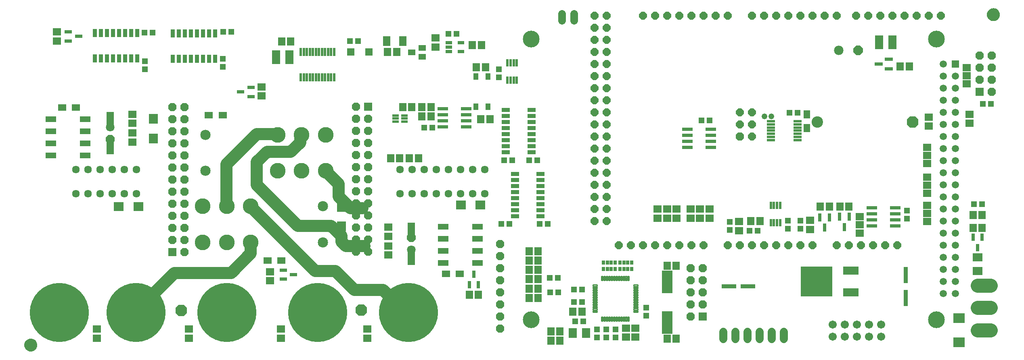
<source format=gts>
G75*
G70*
%OFA0B0*%
%FSLAX24Y24*%
%IPPOS*%
%LPD*%
%AMOC8*
5,1,8,0,0,1.08239X$1,22.5*
%
%ADD10C,0.1000*%
%ADD11R,0.0867X0.0474*%
%ADD12R,0.0671X0.0552*%
%ADD13R,0.0220X0.0710*%
%ADD14R,0.0592X0.0671*%
%ADD15R,0.0710X0.1143*%
%ADD16R,0.0671X0.0592*%
%ADD17R,0.0600X0.0300*%
%ADD18R,0.0946X0.0789*%
%ADD19R,0.0300X0.0600*%
%ADD20R,0.2641X0.2483*%
%ADD21R,0.1261X0.0710*%
%ADD22R,0.1210X0.0380*%
%ADD23R,0.0513X0.0474*%
%ADD24R,0.0474X0.0513*%
%ADD25C,0.0477*%
%ADD26R,0.0860X0.0300*%
%ADD27R,0.0660X0.0220*%
%ADD28R,0.0867X0.1852*%
%ADD29R,0.0552X0.0671*%
%ADD30R,0.0680X0.0300*%
%ADD31C,0.0674*%
%ADD32R,0.0790X0.0710*%
%ADD33R,0.0540X0.0220*%
%ADD34R,0.0300X0.0680*%
%ADD35OC8,0.0710*%
%ADD36C,0.0710*%
%ADD37R,0.0631X0.1497*%
%ADD38C,0.0640*%
%ADD39C,0.0946*%
%ADD40OC8,0.0946*%
%ADD41OC8,0.0634*%
%ADD42OC8,0.0680*%
%ADD43R,0.0320X0.0690*%
%ADD44R,0.0749X0.0789*%
%ADD45C,0.1299*%
%ADD46C,0.0848*%
%ADD47C,0.4885*%
%ADD48C,0.1172*%
%ADD49R,0.0690X0.0320*%
%ADD50R,0.0674X0.0674*%
%ADD51OC8,0.0674*%
%ADD52R,0.0430X0.0580*%
%ADD53C,0.0595*%
%ADD54R,0.0595X0.0595*%
%ADD55C,0.1386*%
%ADD56C,0.0674*%
%ADD57R,0.0631X0.0474*%
%ADD58R,0.0580X0.0300*%
%ADD59R,0.0631X0.0789*%
%ADD60R,0.0631X0.0631*%
%ADD61R,0.0789X0.0749*%
%ADD62C,0.0634*%
%ADD63C,0.0103*%
%ADD64R,0.0710X0.0789*%
%ADD65R,0.0277X0.0336*%
%ADD66R,0.0516X0.0516*%
%ADD67R,0.0220X0.0600*%
%ADD68C,0.0050*%
%ADD69C,0.0780*%
%ADD70OC8,0.0780*%
%ADD71R,0.0380X0.1360*%
D10*
X013721Y007053D02*
X016571Y009903D01*
X021246Y009903D01*
X022871Y011528D01*
X022871Y012503D01*
X026771Y013803D02*
X029496Y013803D01*
X030346Y012953D01*
X030346Y012503D01*
X030721Y012128D01*
X032271Y012128D01*
X029846Y010053D02*
X028196Y010053D01*
X022946Y015303D01*
X022921Y015353D02*
X022846Y015353D01*
X020871Y015453D02*
X020821Y015403D01*
X020871Y015453D02*
X020871Y018903D01*
X023346Y021378D01*
X025071Y021378D01*
X026171Y019928D02*
X026946Y020703D01*
X026946Y021453D01*
X026171Y019928D02*
X024221Y019928D01*
X023371Y019078D01*
X023371Y017203D01*
X026771Y013803D01*
X030121Y016228D02*
X031096Y015253D01*
X032096Y015253D01*
X030121Y016228D02*
X030121Y017253D01*
X029046Y018328D01*
X029846Y010053D02*
X031421Y008478D01*
X033796Y008478D01*
X035346Y006928D01*
X035521Y006928D01*
D11*
X038753Y010728D03*
X038753Y011728D03*
X038753Y012728D03*
X038753Y013728D03*
X041588Y013728D03*
X041588Y012728D03*
X041588Y011728D03*
X041588Y010728D03*
X009188Y019628D03*
X009188Y020628D03*
X009188Y021628D03*
X009188Y022628D03*
X006353Y022628D03*
X006353Y021628D03*
X006353Y020628D03*
X006353Y019628D03*
D12*
X007275Y023578D03*
X008416Y023578D03*
X019400Y022953D03*
X020541Y022953D03*
X024250Y010928D03*
X025391Y010928D03*
X038976Y009840D03*
X040118Y009840D03*
D13*
X029751Y026078D03*
X029491Y026078D03*
X029251Y026078D03*
X028991Y026078D03*
X028751Y026078D03*
X028491Y026078D03*
X028251Y026078D03*
X027991Y026078D03*
X027751Y026078D03*
X027491Y026078D03*
X027251Y026078D03*
X026991Y026078D03*
X026991Y028178D03*
X027251Y028178D03*
X027491Y028178D03*
X027751Y028178D03*
X027991Y028178D03*
X028251Y028178D03*
X028491Y028178D03*
X028751Y028178D03*
X028991Y028178D03*
X029251Y028178D03*
X029491Y028178D03*
X029751Y028178D03*
D14*
X026170Y029053D03*
X025422Y029053D03*
X034172Y028203D03*
X034920Y028203D03*
X041172Y028753D03*
X041920Y028753D03*
X042245Y026928D03*
X041497Y026928D03*
X037745Y023628D03*
X036997Y023628D03*
X036170Y023628D03*
X035422Y023628D03*
X036997Y022853D03*
X037745Y022853D03*
X041872Y022628D03*
X042620Y022628D03*
X036720Y019378D03*
X035972Y019378D03*
X035170Y019378D03*
X034422Y019378D03*
X045847Y011703D03*
X046595Y011703D03*
X046595Y010928D03*
X045847Y010928D03*
X045847Y010153D03*
X046595Y010153D03*
X046595Y009378D03*
X045847Y009378D03*
X045847Y008603D03*
X046595Y008603D03*
X046595Y007828D03*
X045847Y007828D03*
X049472Y006703D03*
X050220Y006703D03*
X048395Y005053D03*
X047647Y005053D03*
X047647Y004278D03*
X048395Y004278D03*
X057247Y004453D03*
X057995Y004453D03*
X041670Y008103D03*
X040922Y008103D03*
X057247Y010503D03*
X057995Y010503D03*
X064172Y014178D03*
X064920Y014178D03*
X069897Y015403D03*
X070645Y015403D03*
X071522Y015403D03*
X072270Y015403D03*
X082522Y014703D03*
X083270Y014703D03*
X083270Y013628D03*
X082522Y013628D03*
X077245Y027003D03*
X076497Y027003D03*
D15*
X075847Y028978D03*
X074744Y028978D03*
X026072Y027753D03*
X024969Y027753D03*
D16*
X023771Y025302D03*
X023771Y024554D03*
X013096Y023027D03*
X013096Y022279D03*
X013096Y021477D03*
X013096Y020729D03*
X034221Y013677D03*
X034221Y012929D03*
X034221Y012127D03*
X034221Y011379D03*
X024446Y010008D03*
X024446Y009260D03*
X025346Y005252D03*
X025346Y004504D03*
X032496Y004504D03*
X032496Y005252D03*
X017746Y005252D03*
X017746Y004504D03*
X010171Y004504D03*
X010171Y005252D03*
X053846Y005327D03*
X054621Y005327D03*
X054621Y004579D03*
X053846Y004579D03*
X063196Y013404D03*
X063196Y014152D03*
X060746Y014429D03*
X059971Y014429D03*
X059196Y014429D03*
X058021Y014429D03*
X057246Y014429D03*
X056471Y014429D03*
X056471Y015177D03*
X057246Y015177D03*
X058021Y015177D03*
X059196Y015177D03*
X059971Y015177D03*
X060746Y015177D03*
X069046Y014252D03*
X069046Y013504D03*
X073146Y013209D03*
X073146Y013878D03*
X073146Y014548D03*
X078721Y014828D03*
X078721Y014159D03*
X078721Y015498D03*
X078721Y016484D03*
X078721Y017153D03*
X078721Y017823D03*
X078721Y018959D03*
X078721Y019628D03*
X078721Y020298D03*
X078871Y022054D03*
X078871Y022802D03*
X082221Y023027D03*
X082221Y022279D03*
X081996Y025559D03*
X081996Y026228D03*
X081996Y026898D03*
X038121Y028604D03*
X038121Y029352D03*
X006871Y029104D03*
X006871Y029852D03*
D17*
X007791Y029848D03*
X008651Y029478D03*
X007791Y029108D03*
X022016Y024878D03*
X022876Y024508D03*
X022876Y025248D03*
X025541Y010123D03*
X026401Y009753D03*
X025541Y009383D03*
D18*
X081346Y006157D03*
X081346Y004149D03*
D19*
X082896Y011998D03*
X083266Y012858D03*
X082526Y012858D03*
X041666Y008923D03*
X040926Y008923D03*
X041296Y009783D03*
D20*
X069584Y009203D03*
D21*
X072410Y008306D03*
X072410Y010101D03*
D22*
X063926Y008803D03*
X062366Y008803D03*
D23*
X064061Y013403D03*
X064730Y013403D03*
X050230Y008528D03*
X049561Y008528D03*
X048255Y008303D03*
X047586Y008303D03*
X049561Y007478D03*
X050230Y007478D03*
X050330Y005878D03*
X049661Y005878D03*
X048230Y009478D03*
X047561Y009478D03*
X047380Y013953D03*
X046711Y013953D03*
X044230Y013953D03*
X043561Y013953D03*
X043786Y019228D03*
X044455Y019228D03*
X045861Y019228D03*
X046530Y019228D03*
X037855Y021928D03*
X037186Y021928D03*
X039186Y029678D03*
X039855Y029678D03*
X021255Y029853D03*
X020586Y029853D03*
X014755Y029778D03*
X014086Y029778D03*
X060086Y022528D03*
X060755Y022528D03*
X067361Y023153D03*
X068030Y023153D03*
X083311Y023878D03*
X083980Y023878D03*
X083255Y015578D03*
X082586Y015578D03*
D24*
X077046Y015063D03*
X077046Y014394D03*
X068271Y014213D03*
X067221Y014213D03*
X067221Y013544D03*
X068271Y013544D03*
X062421Y013469D03*
X062421Y014138D03*
X055521Y007038D03*
X055521Y006369D03*
X052996Y005238D03*
X052221Y005238D03*
X051446Y005238D03*
X051446Y004569D03*
X052221Y004569D03*
X052996Y004569D03*
X043346Y026094D03*
X043346Y026763D03*
X031730Y029103D03*
X031061Y029103D03*
X020546Y027613D03*
X020546Y026944D03*
X014121Y026744D03*
X014121Y027413D03*
D25*
X065295Y022853D03*
X065846Y022853D03*
D26*
X060866Y021803D03*
X060866Y021303D03*
X060866Y020803D03*
X060866Y020303D03*
X058926Y020303D03*
X058926Y020803D03*
X058926Y021303D03*
X058926Y021803D03*
X074151Y015303D03*
X074151Y014803D03*
X074151Y014303D03*
X074151Y013803D03*
X076091Y013803D03*
X076091Y014303D03*
X076091Y014803D03*
X076091Y015303D03*
X040666Y022003D03*
X040666Y022503D03*
X040666Y023003D03*
X040666Y023503D03*
X038726Y023503D03*
X038726Y023003D03*
X038726Y022503D03*
X038726Y022003D03*
D27*
X065811Y021938D03*
X065811Y022188D03*
X065811Y022448D03*
X065811Y021678D03*
X065811Y021418D03*
X065811Y021168D03*
X065811Y020908D03*
X068031Y020908D03*
X068031Y021168D03*
X068031Y021418D03*
X068031Y021678D03*
X068031Y021938D03*
X068031Y022188D03*
X068031Y022448D03*
D28*
X057271Y009152D03*
X057271Y005805D03*
D29*
X068796Y021882D03*
X068796Y023024D03*
D30*
X075571Y026778D03*
X074721Y027178D03*
X075571Y027578D03*
D31*
X066896Y005025D02*
X066896Y004431D01*
X065896Y004431D02*
X065896Y005025D01*
X064896Y005025D02*
X064896Y004431D01*
X063896Y004431D02*
X063896Y005025D01*
X062896Y005025D02*
X062896Y004431D01*
X061896Y004431D02*
X061896Y005025D01*
D32*
X082896Y010069D03*
X082896Y011188D03*
D33*
X035566Y022418D03*
X035566Y022678D03*
X035566Y022938D03*
X034826Y022938D03*
X034826Y022678D03*
X034826Y022418D03*
D34*
X069846Y014503D03*
X070646Y014503D03*
X071496Y014553D03*
X072296Y014553D03*
X071896Y013703D03*
X070246Y013653D03*
D35*
X036121Y012828D03*
X011246Y020953D03*
D36*
X011246Y021953D03*
X036121Y011828D03*
D37*
X036121Y011305D03*
X036121Y013313D03*
X011246Y020469D03*
X011246Y022477D03*
D38*
X048546Y030798D02*
X048546Y031358D01*
X049546Y031358D02*
X049546Y030798D01*
D39*
X069641Y022378D03*
D40*
X077511Y022378D03*
X031977Y006835D03*
X017133Y006778D03*
D41*
X051241Y014193D03*
X052241Y014193D03*
X052241Y015193D03*
X051241Y015193D03*
X051241Y016193D03*
X052241Y016193D03*
X052241Y017193D03*
X051241Y017193D03*
X051241Y018193D03*
X052241Y018193D03*
X052241Y019193D03*
X051241Y019193D03*
X051241Y020193D03*
X052241Y020193D03*
X052241Y021193D03*
X051241Y021193D03*
X051241Y022193D03*
X052241Y022193D03*
X052241Y023193D03*
X051241Y023193D03*
X051241Y024193D03*
X052241Y024193D03*
X052241Y025193D03*
X051241Y025193D03*
X051241Y026193D03*
X052241Y026193D03*
X052241Y027193D03*
X051241Y027193D03*
X051241Y028193D03*
X052241Y028193D03*
X052241Y029193D03*
X051241Y029193D03*
X051241Y030193D03*
X052241Y030193D03*
X052241Y031193D03*
X051241Y031193D03*
X055241Y031193D03*
X056241Y031193D03*
X057241Y031193D03*
X058241Y031193D03*
X059241Y031193D03*
X060241Y031193D03*
X061241Y031193D03*
X062241Y031193D03*
X064241Y031193D03*
X065241Y031193D03*
X066241Y031193D03*
X067241Y031193D03*
X068241Y031193D03*
X069241Y031193D03*
X070241Y031193D03*
X071241Y031193D03*
X072841Y031193D03*
X073841Y031193D03*
X074841Y031193D03*
X075841Y031193D03*
X076841Y031193D03*
X077841Y031193D03*
X078841Y031193D03*
X079841Y031193D03*
X064241Y023193D03*
X063241Y023193D03*
X063241Y022193D03*
X064241Y022193D03*
X064241Y021193D03*
X064241Y012193D03*
X063241Y012193D03*
X062241Y012193D03*
X060241Y012193D03*
X059241Y012193D03*
X058241Y012193D03*
X057241Y012193D03*
X056241Y012193D03*
X055241Y012193D03*
X054241Y012193D03*
X053241Y012193D03*
X065241Y012193D03*
X066241Y012193D03*
X067241Y012193D03*
X068241Y012193D03*
X069241Y012193D03*
X071241Y012193D03*
X072241Y012193D03*
X073241Y012193D03*
X074241Y012193D03*
X075241Y012193D03*
X076241Y012193D03*
D42*
X063241Y021193D03*
D43*
X019921Y027618D03*
X019421Y027618D03*
X018921Y027618D03*
X018421Y027618D03*
X017921Y027618D03*
X017421Y027618D03*
X016921Y027618D03*
X016421Y027618D03*
X013496Y027643D03*
X012996Y027643D03*
X012496Y027643D03*
X011996Y027643D03*
X011496Y027643D03*
X010996Y027643D03*
X010496Y027643D03*
X009996Y027643D03*
X009996Y029763D03*
X010496Y029763D03*
X010996Y029763D03*
X011496Y029763D03*
X011996Y029763D03*
X012496Y029763D03*
X012996Y029763D03*
X013496Y029763D03*
X016421Y029738D03*
X016921Y029738D03*
X017421Y029738D03*
X017921Y029738D03*
X018421Y029738D03*
X018921Y029738D03*
X019421Y029738D03*
X019921Y029738D03*
D44*
X014821Y022654D03*
X014821Y021039D03*
X030371Y015360D03*
X030371Y013746D03*
D45*
X022866Y012440D03*
X020882Y012440D03*
X018898Y012440D03*
X018898Y015417D03*
X020882Y015417D03*
X022866Y015417D03*
X025075Y018365D03*
X027060Y018365D03*
X029044Y018365D03*
X029044Y021342D03*
X027060Y021342D03*
X025075Y021342D03*
D46*
X019123Y021342D03*
X019123Y018365D03*
X028819Y015417D03*
X028819Y012440D03*
D47*
X028374Y006622D03*
X020874Y006622D03*
X013374Y006622D03*
X007055Y006622D03*
X035874Y006622D03*
D48*
X082901Y007015D02*
X083966Y007015D01*
X083966Y005165D02*
X082901Y005165D01*
X082901Y008865D02*
X083966Y008865D01*
D49*
X046806Y014578D03*
X046806Y015078D03*
X046806Y015578D03*
X046806Y016078D03*
X046806Y016578D03*
X046806Y017078D03*
X046806Y017578D03*
X046806Y018078D03*
X044686Y018078D03*
X044686Y017578D03*
X044686Y017078D03*
X044686Y016578D03*
X044686Y016078D03*
X044686Y015578D03*
X044686Y015078D03*
X044686Y014578D03*
X043936Y019903D03*
X043936Y020403D03*
X043936Y020903D03*
X043936Y021403D03*
X043936Y021903D03*
X043936Y022403D03*
X043936Y022903D03*
X043936Y023403D03*
X046056Y023403D03*
X046056Y022903D03*
X046056Y022403D03*
X046056Y021903D03*
X046056Y021403D03*
X046056Y020903D03*
X046056Y020403D03*
X046056Y019903D03*
D50*
X032548Y023673D03*
X016407Y011618D03*
X060196Y006303D03*
X083046Y024878D03*
D51*
X084046Y024878D03*
X084046Y025878D03*
X083046Y025878D03*
X083046Y026878D03*
X084046Y026878D03*
X084046Y027878D03*
X083046Y027878D03*
X043446Y012303D03*
X043446Y011303D03*
X043446Y010303D03*
X043446Y009303D03*
X043446Y008303D03*
X043446Y007303D03*
X043446Y006303D03*
X043446Y005303D03*
X059196Y006303D03*
X059196Y007303D03*
X060196Y007303D03*
X060196Y008303D03*
X059196Y008303D03*
X059196Y009303D03*
X060196Y009303D03*
X060196Y010303D03*
X059196Y010303D03*
X032548Y011673D03*
X031548Y011673D03*
X031548Y012673D03*
X032548Y012673D03*
X032548Y013673D03*
X031548Y013673D03*
X031548Y014673D03*
X032548Y014673D03*
X032548Y015673D03*
X031548Y015673D03*
X031548Y016673D03*
X032548Y016673D03*
X032548Y017673D03*
X031548Y017673D03*
X031548Y018673D03*
X032548Y018673D03*
X032548Y019673D03*
X031548Y019673D03*
X031548Y020673D03*
X032548Y020673D03*
X032548Y021673D03*
X031548Y021673D03*
X031548Y022673D03*
X032548Y022673D03*
X031548Y023673D03*
X017407Y023618D03*
X016407Y023618D03*
X016407Y022618D03*
X017407Y022618D03*
X017407Y021618D03*
X016407Y021618D03*
X016407Y020618D03*
X017407Y020618D03*
X017407Y019618D03*
X016407Y019618D03*
X016407Y018618D03*
X017407Y018618D03*
X017407Y017618D03*
X016407Y017618D03*
X016407Y016618D03*
X017407Y016618D03*
X017407Y015618D03*
X016407Y015618D03*
X016407Y014618D03*
X017407Y014618D03*
X017407Y013618D03*
X016407Y013618D03*
X016407Y012618D03*
X017407Y012618D03*
X017407Y011618D03*
D52*
X041471Y023653D03*
X042471Y023653D03*
X042471Y026153D03*
X041471Y026153D03*
D53*
X080071Y026196D03*
X081071Y026196D03*
X081071Y025196D03*
X080071Y025196D03*
X080071Y024196D03*
X081071Y024196D03*
X081071Y023196D03*
X080071Y023196D03*
X080071Y022196D03*
X081071Y022196D03*
X081071Y021196D03*
X080071Y021196D03*
X080071Y020196D03*
X081071Y020196D03*
X081071Y019196D03*
X080071Y019196D03*
X080071Y018196D03*
X081071Y018196D03*
X081071Y017196D03*
X080071Y017196D03*
X080071Y016196D03*
X081071Y016196D03*
X081071Y015196D03*
X080071Y015196D03*
X080071Y014196D03*
X081071Y014196D03*
X081071Y013196D03*
X080071Y013196D03*
X080071Y012196D03*
X081071Y012196D03*
X081071Y011196D03*
X080071Y011196D03*
X080071Y010196D03*
X081071Y010196D03*
X081071Y009196D03*
X080071Y009196D03*
X080071Y008196D03*
X081071Y008196D03*
X080071Y027196D03*
D54*
X081071Y027196D03*
D55*
X079496Y029259D03*
X046032Y029259D03*
X046032Y006031D03*
X079496Y006031D03*
D56*
X074921Y005628D03*
X073921Y005628D03*
X072921Y005628D03*
X071921Y005628D03*
X070921Y005628D03*
X070921Y004628D03*
X071921Y004628D03*
X072921Y004628D03*
X073921Y004628D03*
X074921Y004628D03*
D57*
X037029Y027779D03*
X036162Y028153D03*
X037029Y028527D03*
D58*
X039211Y028603D03*
X039211Y028233D03*
X040231Y028233D03*
X040231Y028973D03*
X039211Y028973D03*
D59*
X035415Y029103D03*
X034076Y029103D03*
D60*
X032619Y028203D03*
X031123Y028203D03*
D61*
X040213Y015528D03*
X041828Y015528D03*
X013584Y015378D03*
X011969Y015378D03*
D62*
X012433Y016464D03*
X011433Y016464D03*
X010433Y016464D03*
X009433Y016464D03*
X008433Y016464D03*
X008433Y018464D03*
X009433Y018464D03*
X010433Y018464D03*
X011433Y018464D03*
X012433Y018464D03*
X013433Y018464D03*
X013433Y016464D03*
X035205Y016464D03*
X036205Y016464D03*
X037205Y016464D03*
X038205Y016464D03*
X039205Y016464D03*
X040205Y016464D03*
X041205Y016464D03*
X042205Y016464D03*
X042205Y018464D03*
X041205Y018464D03*
X040205Y018464D03*
X039205Y018464D03*
X038205Y018464D03*
X037205Y018464D03*
X036205Y018464D03*
X035205Y018464D03*
D63*
X051940Y009617D02*
X051940Y009305D01*
X051836Y009305D01*
X051836Y009617D01*
X051940Y009617D01*
X051940Y009407D02*
X051836Y009407D01*
X051836Y009509D02*
X051940Y009509D01*
X051940Y009611D02*
X051836Y009611D01*
X052137Y009617D02*
X052137Y009305D01*
X052033Y009305D01*
X052033Y009617D01*
X052137Y009617D01*
X052137Y009407D02*
X052033Y009407D01*
X052033Y009509D02*
X052137Y009509D01*
X052137Y009611D02*
X052033Y009611D01*
X052334Y009617D02*
X052334Y009305D01*
X052230Y009305D01*
X052230Y009617D01*
X052334Y009617D01*
X052334Y009407D02*
X052230Y009407D01*
X052230Y009509D02*
X052334Y009509D01*
X052334Y009611D02*
X052230Y009611D01*
X052530Y009617D02*
X052530Y009305D01*
X052426Y009305D01*
X052426Y009617D01*
X052530Y009617D01*
X052530Y009407D02*
X052426Y009407D01*
X052426Y009509D02*
X052530Y009509D01*
X052530Y009611D02*
X052426Y009611D01*
X052727Y009617D02*
X052727Y009305D01*
X052623Y009305D01*
X052623Y009617D01*
X052727Y009617D01*
X052727Y009407D02*
X052623Y009407D01*
X052623Y009509D02*
X052727Y009509D01*
X052727Y009611D02*
X052623Y009611D01*
X052924Y009617D02*
X052924Y009305D01*
X052820Y009305D01*
X052820Y009617D01*
X052924Y009617D01*
X052924Y009407D02*
X052820Y009407D01*
X052820Y009509D02*
X052924Y009509D01*
X052924Y009611D02*
X052820Y009611D01*
X053121Y009617D02*
X053121Y009305D01*
X053017Y009305D01*
X053017Y009617D01*
X053121Y009617D01*
X053121Y009407D02*
X053017Y009407D01*
X053017Y009509D02*
X053121Y009509D01*
X053121Y009611D02*
X053017Y009611D01*
X053318Y009617D02*
X053318Y009305D01*
X053214Y009305D01*
X053214Y009617D01*
X053318Y009617D01*
X053318Y009407D02*
X053214Y009407D01*
X053214Y009509D02*
X053318Y009509D01*
X053318Y009611D02*
X053214Y009611D01*
X053515Y009617D02*
X053515Y009305D01*
X053411Y009305D01*
X053411Y009617D01*
X053515Y009617D01*
X053515Y009407D02*
X053411Y009407D01*
X053411Y009509D02*
X053515Y009509D01*
X053515Y009611D02*
X053411Y009611D01*
X053712Y009617D02*
X053712Y009305D01*
X053608Y009305D01*
X053608Y009617D01*
X053712Y009617D01*
X053712Y009407D02*
X053608Y009407D01*
X053608Y009509D02*
X053712Y009509D01*
X053712Y009611D02*
X053608Y009611D01*
X053908Y009617D02*
X053908Y009305D01*
X053804Y009305D01*
X053804Y009617D01*
X053908Y009617D01*
X053908Y009407D02*
X053804Y009407D01*
X053804Y009509D02*
X053908Y009509D01*
X053908Y009611D02*
X053804Y009611D01*
X054105Y009617D02*
X054105Y009305D01*
X054001Y009305D01*
X054001Y009617D01*
X054105Y009617D01*
X054105Y009407D02*
X054001Y009407D01*
X054001Y009509D02*
X054105Y009509D01*
X054105Y009611D02*
X054001Y009611D01*
X054498Y008809D02*
X054810Y008809D01*
X054498Y008809D02*
X054498Y008913D01*
X054810Y008913D01*
X054810Y008809D01*
X054810Y008911D02*
X054498Y008911D01*
X054498Y008612D02*
X054810Y008612D01*
X054498Y008612D02*
X054498Y008716D01*
X054810Y008716D01*
X054810Y008612D01*
X054810Y008714D02*
X054498Y008714D01*
X054498Y008415D02*
X054810Y008415D01*
X054498Y008415D02*
X054498Y008519D01*
X054810Y008519D01*
X054810Y008415D01*
X054810Y008517D02*
X054498Y008517D01*
X054498Y008218D02*
X054810Y008218D01*
X054498Y008218D02*
X054498Y008322D01*
X054810Y008322D01*
X054810Y008218D01*
X054810Y008320D02*
X054498Y008320D01*
X054498Y008022D02*
X054810Y008022D01*
X054498Y008022D02*
X054498Y008126D01*
X054810Y008126D01*
X054810Y008022D01*
X054810Y008124D02*
X054498Y008124D01*
X054498Y007825D02*
X054810Y007825D01*
X054498Y007825D02*
X054498Y007929D01*
X054810Y007929D01*
X054810Y007825D01*
X054810Y007927D02*
X054498Y007927D01*
X054498Y007628D02*
X054810Y007628D01*
X054498Y007628D02*
X054498Y007732D01*
X054810Y007732D01*
X054810Y007628D01*
X054810Y007730D02*
X054498Y007730D01*
X054498Y007431D02*
X054810Y007431D01*
X054498Y007431D02*
X054498Y007535D01*
X054810Y007535D01*
X054810Y007431D01*
X054810Y007533D02*
X054498Y007533D01*
X054498Y007234D02*
X054810Y007234D01*
X054498Y007234D02*
X054498Y007338D01*
X054810Y007338D01*
X054810Y007234D01*
X054810Y007336D02*
X054498Y007336D01*
X054498Y007037D02*
X054810Y007037D01*
X054498Y007037D02*
X054498Y007141D01*
X054810Y007141D01*
X054810Y007037D01*
X054810Y007139D02*
X054498Y007139D01*
X054498Y006841D02*
X054810Y006841D01*
X054498Y006841D02*
X054498Y006945D01*
X054810Y006945D01*
X054810Y006841D01*
X054810Y006943D02*
X054498Y006943D01*
X054498Y006644D02*
X054810Y006644D01*
X054498Y006644D02*
X054498Y006748D01*
X054810Y006748D01*
X054810Y006644D01*
X054810Y006746D02*
X054498Y006746D01*
X054105Y006251D02*
X054105Y005939D01*
X054001Y005939D01*
X054001Y006251D01*
X054105Y006251D01*
X054105Y006041D02*
X054001Y006041D01*
X054001Y006143D02*
X054105Y006143D01*
X054105Y006245D02*
X054001Y006245D01*
X053908Y006251D02*
X053908Y005939D01*
X053804Y005939D01*
X053804Y006251D01*
X053908Y006251D01*
X053908Y006041D02*
X053804Y006041D01*
X053804Y006143D02*
X053908Y006143D01*
X053908Y006245D02*
X053804Y006245D01*
X053712Y006251D02*
X053712Y005939D01*
X053608Y005939D01*
X053608Y006251D01*
X053712Y006251D01*
X053712Y006041D02*
X053608Y006041D01*
X053608Y006143D02*
X053712Y006143D01*
X053712Y006245D02*
X053608Y006245D01*
X053515Y006251D02*
X053515Y005939D01*
X053411Y005939D01*
X053411Y006251D01*
X053515Y006251D01*
X053515Y006041D02*
X053411Y006041D01*
X053411Y006143D02*
X053515Y006143D01*
X053515Y006245D02*
X053411Y006245D01*
X053318Y006251D02*
X053318Y005939D01*
X053214Y005939D01*
X053214Y006251D01*
X053318Y006251D01*
X053318Y006041D02*
X053214Y006041D01*
X053214Y006143D02*
X053318Y006143D01*
X053318Y006245D02*
X053214Y006245D01*
X053121Y006251D02*
X053121Y005939D01*
X053017Y005939D01*
X053017Y006251D01*
X053121Y006251D01*
X053121Y006041D02*
X053017Y006041D01*
X053017Y006143D02*
X053121Y006143D01*
X053121Y006245D02*
X053017Y006245D01*
X052924Y006251D02*
X052924Y005939D01*
X052820Y005939D01*
X052820Y006251D01*
X052924Y006251D01*
X052924Y006041D02*
X052820Y006041D01*
X052820Y006143D02*
X052924Y006143D01*
X052924Y006245D02*
X052820Y006245D01*
X052727Y006251D02*
X052727Y005939D01*
X052623Y005939D01*
X052623Y006251D01*
X052727Y006251D01*
X052727Y006041D02*
X052623Y006041D01*
X052623Y006143D02*
X052727Y006143D01*
X052727Y006245D02*
X052623Y006245D01*
X052530Y006251D02*
X052530Y005939D01*
X052426Y005939D01*
X052426Y006251D01*
X052530Y006251D01*
X052530Y006041D02*
X052426Y006041D01*
X052426Y006143D02*
X052530Y006143D01*
X052530Y006245D02*
X052426Y006245D01*
X052334Y006251D02*
X052334Y005939D01*
X052230Y005939D01*
X052230Y006251D01*
X052334Y006251D01*
X052334Y006041D02*
X052230Y006041D01*
X052230Y006143D02*
X052334Y006143D01*
X052334Y006245D02*
X052230Y006245D01*
X052137Y006251D02*
X052137Y005939D01*
X052033Y005939D01*
X052033Y006251D01*
X052137Y006251D01*
X052137Y006041D02*
X052033Y006041D01*
X052033Y006143D02*
X052137Y006143D01*
X052137Y006245D02*
X052033Y006245D01*
X051940Y006251D02*
X051940Y005939D01*
X051836Y005939D01*
X051836Y006251D01*
X051940Y006251D01*
X051940Y006041D02*
X051836Y006041D01*
X051836Y006143D02*
X051940Y006143D01*
X051940Y006245D02*
X051836Y006245D01*
X051443Y006644D02*
X051131Y006644D01*
X051131Y006748D01*
X051443Y006748D01*
X051443Y006644D01*
X051443Y006746D02*
X051131Y006746D01*
X051131Y006841D02*
X051443Y006841D01*
X051131Y006841D02*
X051131Y006945D01*
X051443Y006945D01*
X051443Y006841D01*
X051443Y006943D02*
X051131Y006943D01*
X051131Y007037D02*
X051443Y007037D01*
X051131Y007037D02*
X051131Y007141D01*
X051443Y007141D01*
X051443Y007037D01*
X051443Y007139D02*
X051131Y007139D01*
X051131Y007234D02*
X051443Y007234D01*
X051131Y007234D02*
X051131Y007338D01*
X051443Y007338D01*
X051443Y007234D01*
X051443Y007336D02*
X051131Y007336D01*
X051131Y007431D02*
X051443Y007431D01*
X051131Y007431D02*
X051131Y007535D01*
X051443Y007535D01*
X051443Y007431D01*
X051443Y007533D02*
X051131Y007533D01*
X051131Y007628D02*
X051443Y007628D01*
X051131Y007628D02*
X051131Y007732D01*
X051443Y007732D01*
X051443Y007628D01*
X051443Y007730D02*
X051131Y007730D01*
X051131Y007825D02*
X051443Y007825D01*
X051131Y007825D02*
X051131Y007929D01*
X051443Y007929D01*
X051443Y007825D01*
X051443Y007927D02*
X051131Y007927D01*
X051131Y008022D02*
X051443Y008022D01*
X051131Y008022D02*
X051131Y008126D01*
X051443Y008126D01*
X051443Y008022D01*
X051443Y008124D02*
X051131Y008124D01*
X051131Y008218D02*
X051443Y008218D01*
X051131Y008218D02*
X051131Y008322D01*
X051443Y008322D01*
X051443Y008218D01*
X051443Y008320D02*
X051131Y008320D01*
X051131Y008415D02*
X051443Y008415D01*
X051131Y008415D02*
X051131Y008519D01*
X051443Y008519D01*
X051443Y008415D01*
X051443Y008517D02*
X051131Y008517D01*
X051131Y008612D02*
X051443Y008612D01*
X051131Y008612D02*
X051131Y008716D01*
X051443Y008716D01*
X051443Y008612D01*
X051443Y008714D02*
X051131Y008714D01*
X051131Y008809D02*
X051443Y008809D01*
X051131Y008809D02*
X051131Y008913D01*
X051443Y008913D01*
X051443Y008809D01*
X051443Y008911D02*
X051131Y008911D01*
D64*
X050572Y004928D03*
X049469Y004928D03*
D65*
X051998Y010238D03*
X052313Y010238D03*
X052628Y010238D03*
X052943Y010238D03*
X053373Y010238D03*
X053688Y010238D03*
X054003Y010238D03*
X054318Y010238D03*
X054318Y010769D03*
X054003Y010769D03*
X053688Y010769D03*
X053373Y010769D03*
X052943Y010769D03*
X052628Y010769D03*
X052313Y010769D03*
X051998Y010769D03*
D66*
X029977Y006835D03*
X015133Y006778D03*
D67*
X065816Y014058D03*
X066066Y014058D03*
X066326Y014058D03*
X066576Y014058D03*
X066576Y015498D03*
X066326Y015498D03*
X066066Y015498D03*
X065816Y015498D03*
X044826Y025858D03*
X044576Y025858D03*
X044316Y025858D03*
X044066Y025858D03*
X044066Y027298D03*
X044316Y027298D03*
X044576Y027298D03*
X044826Y027298D03*
D68*
X004313Y003607D02*
X004263Y003678D01*
X004226Y003757D01*
X004203Y003842D01*
X004196Y003928D01*
X004203Y004015D01*
X004226Y004099D01*
X004263Y004178D01*
X004313Y004250D01*
X004374Y004311D01*
X004446Y004361D01*
X004525Y004398D01*
X004609Y004421D01*
X004696Y004428D01*
X004782Y004421D01*
X004867Y004398D01*
X004946Y004361D01*
X005017Y004311D01*
X005079Y004250D01*
X005129Y004178D01*
X005165Y004099D01*
X005188Y004015D01*
X005196Y003928D01*
X005188Y003842D01*
X005165Y003757D01*
X005129Y003678D01*
X005079Y003607D01*
X005017Y003545D01*
X004946Y003495D01*
X004867Y003459D01*
X004782Y003436D01*
X004696Y003428D01*
X004609Y003436D01*
X004525Y003459D01*
X004446Y003495D01*
X004374Y003545D01*
X004313Y003607D01*
X004309Y003612D02*
X005082Y003612D01*
X005116Y003660D02*
X004275Y003660D01*
X004248Y003709D02*
X005143Y003709D01*
X005165Y003757D02*
X004226Y003757D01*
X004213Y003806D02*
X005178Y003806D01*
X005189Y003854D02*
X004202Y003854D01*
X004198Y003903D02*
X005193Y003903D01*
X005194Y003951D02*
X004198Y003951D01*
X004202Y004000D02*
X005189Y004000D01*
X005179Y004048D02*
X004212Y004048D01*
X004225Y004097D02*
X005166Y004097D01*
X005144Y004145D02*
X004247Y004145D01*
X004273Y004194D02*
X005118Y004194D01*
X005084Y004242D02*
X004307Y004242D01*
X004354Y004291D02*
X005037Y004291D01*
X004977Y004339D02*
X004414Y004339D01*
X004502Y004388D02*
X004889Y004388D01*
X005035Y003563D02*
X004356Y003563D01*
X004418Y003515D02*
X004973Y003515D01*
X004883Y003466D02*
X004508Y003466D01*
X083726Y031107D02*
X083703Y031192D01*
X083696Y031278D01*
X083703Y031365D01*
X083726Y031449D01*
X083763Y031528D01*
X083813Y031600D01*
X083874Y031661D01*
X083946Y031711D01*
X084025Y031748D01*
X084109Y031771D01*
X084196Y031778D01*
X084282Y031771D01*
X084367Y031748D01*
X084446Y031711D01*
X084517Y031661D01*
X084579Y031600D01*
X084629Y031528D01*
X084665Y031449D01*
X084688Y031365D01*
X084696Y031278D01*
X084688Y031192D01*
X084665Y031107D01*
X084629Y031028D01*
X084579Y030957D01*
X084517Y030895D01*
X084446Y030845D01*
X084367Y030809D01*
X084282Y030786D01*
X084196Y030778D01*
X084109Y030786D01*
X084025Y030809D01*
X083946Y030845D01*
X083874Y030895D01*
X083813Y030957D01*
X083763Y031028D01*
X083726Y031107D01*
X083725Y031111D02*
X084666Y031111D01*
X084679Y031160D02*
X083712Y031160D01*
X083702Y031208D02*
X084689Y031208D01*
X084694Y031257D02*
X083697Y031257D01*
X083698Y031305D02*
X084693Y031305D01*
X084689Y031354D02*
X083702Y031354D01*
X083713Y031402D02*
X084678Y031402D01*
X084665Y031451D02*
X083726Y031451D01*
X083749Y031499D02*
X084642Y031499D01*
X084615Y031548D02*
X083776Y031548D01*
X083810Y031596D02*
X084581Y031596D01*
X084533Y031645D02*
X083858Y031645D01*
X083920Y031693D02*
X084471Y031693D01*
X084380Y031742D02*
X084011Y031742D01*
X083746Y031063D02*
X084645Y031063D01*
X084619Y031014D02*
X083772Y031014D01*
X083806Y030966D02*
X084585Y030966D01*
X084539Y030917D02*
X083852Y030917D01*
X083912Y030869D02*
X084479Y030869D01*
X084392Y030820D02*
X083999Y030820D01*
D69*
X071433Y028328D03*
D70*
X073008Y028328D03*
D71*
X076946Y009728D03*
X076946Y007828D03*
M02*

</source>
